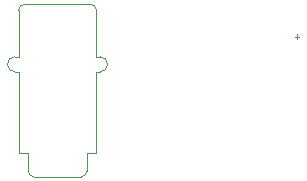
<source format=gm1>
G04 Layer_Color=16711935*
%FSTAX24Y24*%
%MOIN*%
G70*
G01*
G75*
%ADD85C,0.0000*%
%ADD86C,0.0039*%
D85*
X057298Y009802D02*
G03*
X057495Y009999I0J000197D01*
G01*
X055527D02*
G03*
X055724Y009802I000197J0D01*
G01*
X054838Y01355D02*
G03*
X055094Y013294I000256J0D01*
G01*
Y013806D02*
G03*
X054838Y01355I0J-000256D01*
G01*
X055409Y01555D02*
G03*
X055212Y015353I0J-000197D01*
G01*
X05781D02*
G03*
X057613Y01555I-000197J0D01*
G01*
X058184Y01355D02*
G03*
X057928Y013806I-000256J0D01*
G01*
Y013294D02*
G03*
X058184Y01355I0J000256D01*
G01*
X057495Y009999D02*
Y01059D01*
X055724Y009802D02*
X057298D01*
X055527Y009999D02*
Y01059D01*
X055212D02*
X055527D01*
X055212D02*
Y013294D01*
X055094D02*
X055212D01*
X055094Y013806D02*
X055212D01*
Y015353D01*
X055409Y01555D02*
X057613D01*
X05781Y013806D02*
Y015353D01*
Y013806D02*
X057928D01*
X05781Y013294D02*
X057928D01*
X05781Y01059D02*
Y013294D01*
X057495Y01059D02*
X05781D01*
D86*
X06449Y014391D02*
Y014549D01*
X064411Y01447D02*
X064569D01*
M02*

</source>
